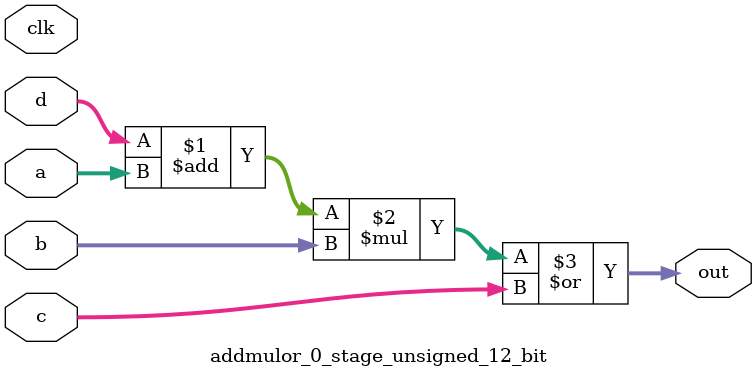
<source format=sv>
(* use_dsp = "yes" *) module addmulor_0_stage_unsigned_12_bit(
	input  [11:0] a,
	input  [11:0] b,
	input  [11:0] c,
	input  [11:0] d,
	output [11:0] out,
	input clk);

	assign out = ((d + a) * b) | c;
endmodule

</source>
